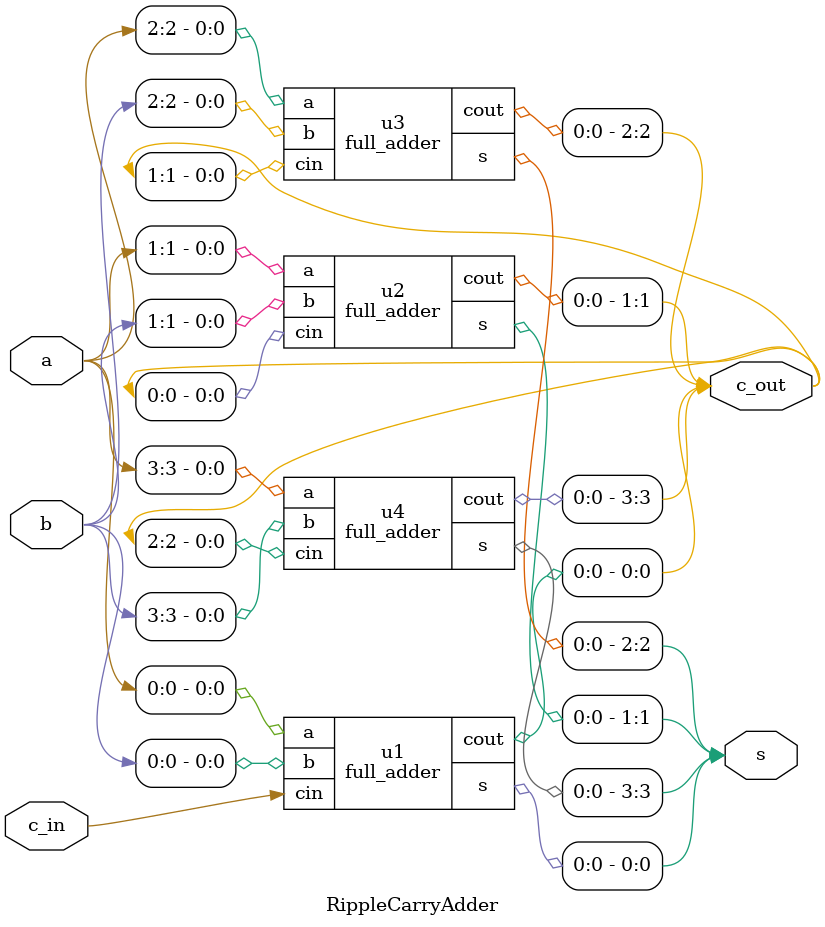
<source format=sv>
module full_adder(input logic a, b, cin, output logic cout, s);
    assign s = (a ^ b) ^ cin;
	assign cout = (b & ~(a ^ b)) | (c_in & (a ^ b));
endmodule

module RippleCarryAdder(input logic [3:0] a, b, input logic c_in, output logic [3:0] s, c_out);
    full_adder u1(a[0], b[0], c_in, c_out[0], s[0]);
	full_adder u2(a[1], b[1], c_out[0], c_out[1], s[1]);
	full_adder u3(a[2], b[2], c_out[1], c_out[2], s[2]);
	full_adder u4(a[3], b[3], c_out[2], c_out[3], s[3]);
endmodule
</source>
